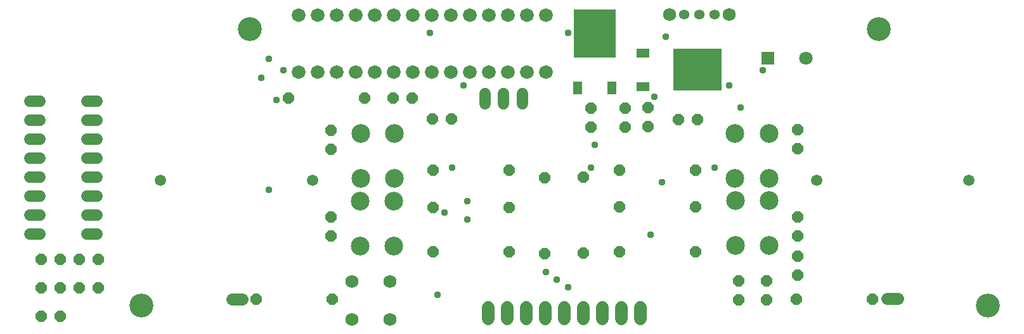
<source format=gbr>
G04 EAGLE Gerber RS-274X export*
G75*
%MOMM*%
%FSLAX34Y34*%
%LPD*%
%INSoldermask Top*%
%IPPOS*%
%AMOC8*
5,1,8,0,0,1.08239X$1,22.5*%
G01*
%ADD10C,3.203200*%
%ADD11P,1.649562X8X112.500000*%
%ADD12C,2.503200*%
%ADD13C,1.803200*%
%ADD14R,1.803200X1.803200*%
%ADD15R,5.603200X6.403200*%
%ADD16R,1.203200X1.803200*%
%ADD17P,1.649562X8X202.500000*%
%ADD18P,1.649562X8X22.500000*%
%ADD19C,1.727200*%
%ADD20C,1.524000*%
%ADD21C,1.727200*%
%ADD22C,1.828800*%
%ADD23C,1.361200*%
%ADD24P,1.649562X8X292.500000*%
%ADD25C,1.511200*%
%ADD26R,6.403200X5.603200*%
%ADD27R,1.803200X1.203200*%
%ADD28C,1.611200*%
%ADD29C,0.959600*%


D10*
X-420000Y410000D03*
X-565000Y40000D03*
X420000Y410000D03*
X565000Y40000D03*
D11*
X-311800Y133400D03*
X-311800Y158800D03*
X311400Y133400D03*
X311400Y158800D03*
X311400Y250100D03*
X311400Y275500D03*
X-311600Y249300D03*
X-311600Y274700D03*
X270200Y47500D03*
X270200Y72900D03*
X232900Y47700D03*
X232900Y73100D03*
X311400Y81200D03*
X311400Y106600D03*
D12*
X-272700Y119800D03*
X-227700Y119800D03*
X-272700Y179800D03*
X-227700Y179800D03*
X228000Y120400D03*
X273000Y120400D03*
X228000Y180400D03*
X273000Y180400D03*
X227800Y210400D03*
X272800Y210400D03*
X227800Y270400D03*
X272800Y270400D03*
X-272400Y210400D03*
X-227400Y210400D03*
X-272400Y270400D03*
X-227400Y270400D03*
D13*
X322200Y371600D03*
D14*
X271400Y371600D03*
D15*
X40700Y404500D03*
D16*
X17900Y331500D03*
X63500Y331500D03*
D17*
X-151300Y290300D03*
X-176700Y290300D03*
D18*
X152100Y289100D03*
X177500Y289100D03*
D19*
X-233100Y21400D03*
X-283900Y21400D03*
X-283900Y72200D03*
X-233100Y72200D03*
D20*
X-81400Y310496D02*
X-81400Y323704D01*
X-56400Y323704D02*
X-56400Y310496D01*
X-106400Y310496D02*
X-106400Y323704D01*
D11*
X-26200Y109900D03*
X-26200Y211500D03*
X25500Y110400D03*
X25500Y212000D03*
D17*
X-73700Y112000D03*
X-175300Y112000D03*
X175300Y172000D03*
X73700Y172000D03*
X175300Y112000D03*
X73700Y112000D03*
X-73700Y171200D03*
X-175300Y171200D03*
D18*
X-175300Y221200D03*
X-73700Y221200D03*
D17*
X175300Y221200D03*
X73700Y221200D03*
D21*
X-101600Y37320D02*
X-101600Y22080D01*
X-76200Y22080D02*
X-76200Y37320D01*
X-50800Y37320D02*
X-50800Y22080D01*
X-25400Y22080D02*
X-25400Y37320D01*
X0Y37320D02*
X0Y22080D01*
X25400Y22080D02*
X25400Y37320D01*
X50800Y37320D02*
X50800Y22080D01*
X76200Y22080D02*
X76200Y37320D01*
X101600Y37320D02*
X101600Y22080D01*
D22*
X-355300Y352800D03*
X-329900Y352800D03*
X-304500Y352800D03*
X-279100Y352800D03*
X-253700Y352800D03*
X-228300Y352800D03*
X-202900Y352800D03*
X-177500Y352800D03*
X-152100Y352800D03*
X-126700Y352800D03*
X-101300Y352800D03*
X-75900Y352800D03*
X-50500Y352800D03*
X-25100Y352800D03*
X-25100Y429000D03*
X-50500Y429000D03*
X-75900Y429000D03*
X-101300Y429000D03*
X-126700Y429000D03*
X-152100Y429000D03*
X-177500Y429000D03*
X-202900Y429000D03*
X-228300Y429000D03*
X-253700Y429000D03*
X-279100Y429000D03*
X-304500Y429000D03*
X-329900Y429000D03*
X-355300Y429000D03*
D19*
X140000Y430000D03*
D23*
X160000Y430000D03*
X180000Y430000D03*
X200000Y430000D03*
D19*
X220000Y430000D03*
D24*
X35100Y304600D03*
X35100Y279200D03*
X80800Y304400D03*
X80800Y279000D03*
D25*
X-336500Y207500D03*
X-539700Y207500D03*
X336500Y207500D03*
X539700Y207500D03*
D17*
X-266700Y317500D03*
X-368300Y317500D03*
D20*
X-624196Y135800D02*
X-637404Y135800D01*
X-637404Y161200D02*
X-624196Y161200D01*
X-624196Y288200D02*
X-637404Y288200D01*
X-637404Y313600D02*
X-624196Y313600D01*
X-624196Y186600D02*
X-637404Y186600D01*
X-637404Y212000D02*
X-624196Y212000D01*
X-624196Y262800D02*
X-637404Y262800D01*
X-637404Y237400D02*
X-624196Y237400D01*
X-700396Y313600D02*
X-713604Y313600D01*
X-713604Y288200D02*
X-700396Y288200D01*
X-700396Y262800D02*
X-713604Y262800D01*
X-713604Y237400D02*
X-700396Y237400D01*
X-700396Y212000D02*
X-713604Y212000D01*
X-713604Y186600D02*
X-700396Y186600D01*
X-700396Y161200D02*
X-713604Y161200D01*
X-713604Y135800D02*
X-700396Y135800D01*
D26*
X177400Y355600D03*
D27*
X104400Y378400D03*
X104400Y332800D03*
D24*
X111600Y304800D03*
X111600Y279400D03*
D17*
X-622300Y101600D03*
X-647700Y101600D03*
X-673100Y101600D03*
X-698500Y101600D03*
D18*
X-698500Y63500D03*
X-673100Y63500D03*
D17*
X-622300Y63500D03*
X-647700Y63500D03*
D18*
X-698500Y25400D03*
X-673100Y25400D03*
D17*
X411400Y48300D03*
X309800Y48300D03*
D18*
X-411400Y48400D03*
X-309800Y48400D03*
D28*
X-429960Y48400D02*
X-444040Y48400D01*
X430960Y49200D02*
X445040Y49200D01*
D18*
X-228600Y317500D03*
X-203200Y317500D03*
D29*
X-150000Y225000D03*
X130000Y205000D03*
X-180000Y405000D03*
X5000Y405000D03*
X115000Y135000D03*
X135000Y400000D03*
X-160000Y165000D03*
X220000Y335000D03*
X-130000Y180000D03*
X-375000Y355000D03*
X-405000Y345000D03*
X-25000Y85000D03*
X5000Y65000D03*
X-10000Y75000D03*
X35000Y225000D03*
X-395000Y370000D03*
X-395000Y195000D03*
X-130000Y155000D03*
X-385000Y315000D03*
X40000Y255000D03*
X235000Y305000D03*
X200000Y225000D03*
X120000Y320000D03*
X265000Y355000D03*
X-170000Y55000D03*
X-135000Y335000D03*
M02*

</source>
